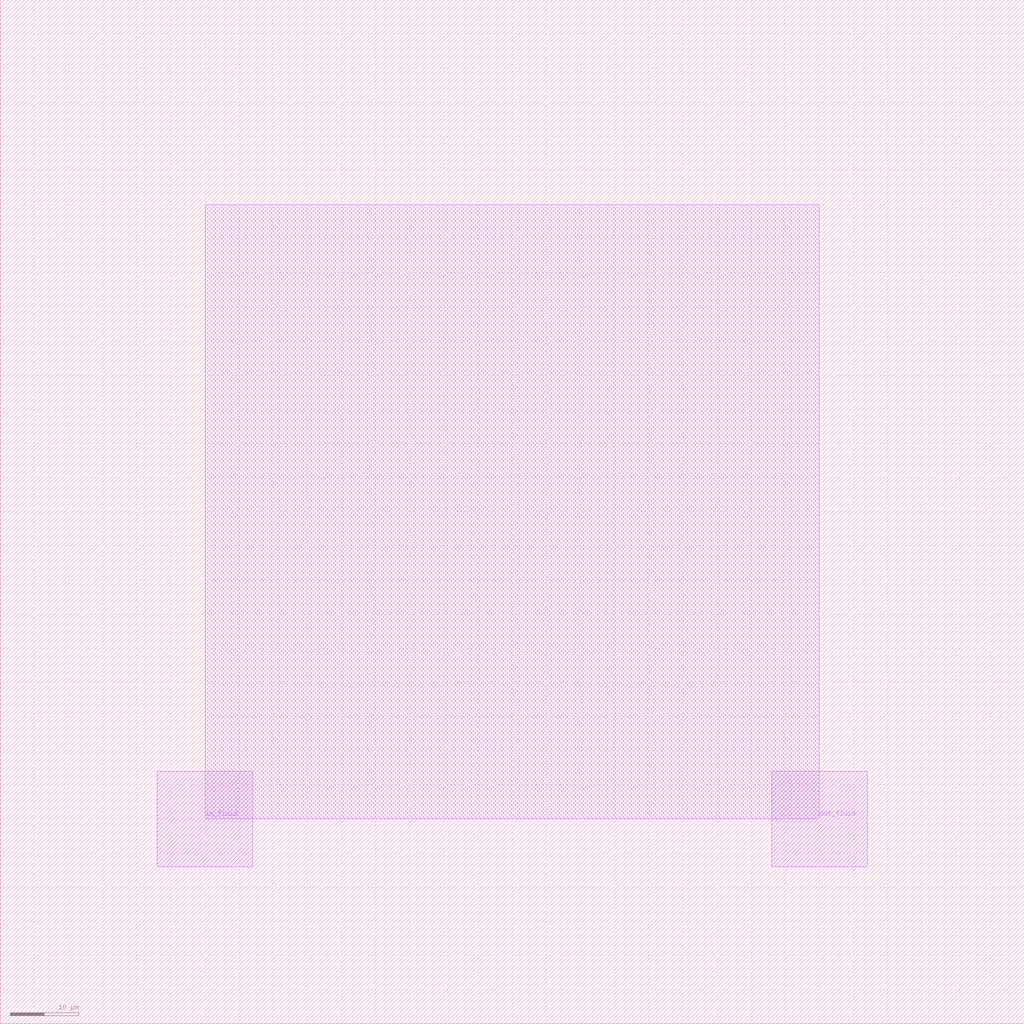
<source format=lef>
 
MACRO serpentine_75px_0
  CLASS CORE ;
  ORIGIN  0 0 ;
  FOREIGN serpentine_75px_0 0 0 ;
  SIZE 150 BY 150 ;
  SYMMETRY X Y ;
  SITE CoreSite ;
  PIN in_fluid
    DIRECTION INPUT ;
    USE SIGNAL ;
    PORT
      LAYER met1 ;
        RECT 23 23 37 37 ;
    END
  END in_fluid
  PIN out_fluid
    DIRECTION OUTPUT ;
    USE SIGNAL ;
    PORT
      LAYER met1 ;
        RECT 113 23 127 37 ;
    END
  END out_fluid
  OBS
    LAYER met1 ;
      RECT 30 30 120 120 ;
  END
  PROPERTY CatenaDesignType "deviceLevel" ;
END serpentine_75px_0

</source>
